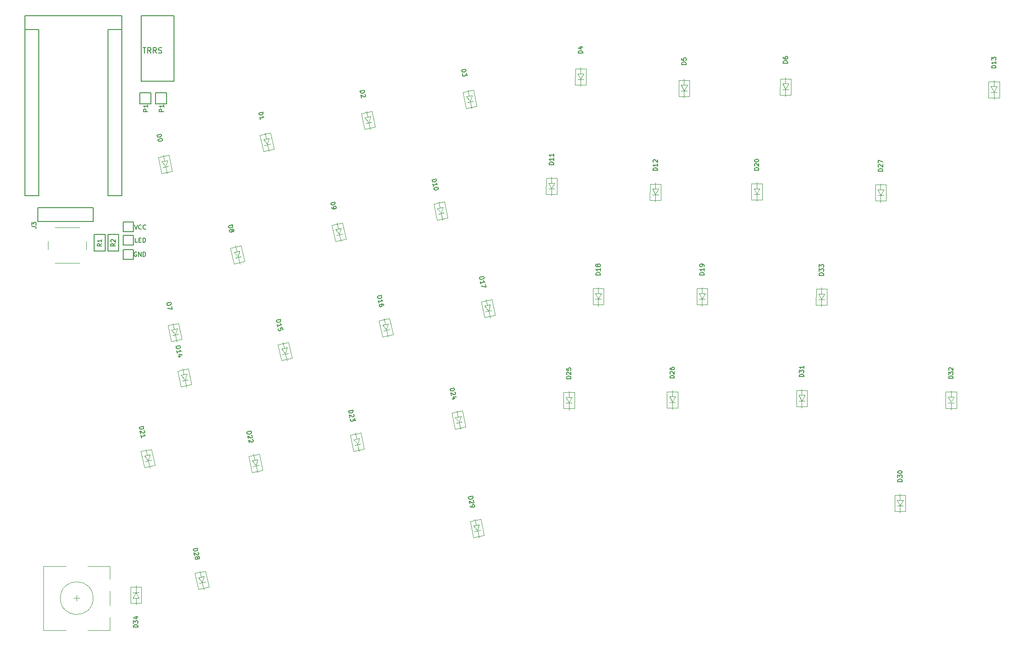
<source format=gto>
G04 #@! TF.GenerationSoftware,KiCad,Pcbnew,(5.1.6)-1*
G04 #@! TF.CreationDate,2020-10-03T18:10:29-07:00*
G04 #@! TF.ProjectId,Alipt-Keyboard-Right,416c6970-742d-44b6-9579-626f6172642d,rev?*
G04 #@! TF.SameCoordinates,Original*
G04 #@! TF.FileFunction,Legend,Top*
G04 #@! TF.FilePolarity,Positive*
%FSLAX46Y46*%
G04 Gerber Fmt 4.6, Leading zero omitted, Abs format (unit mm)*
G04 Created by KiCad (PCBNEW (5.1.6)-1) date 2020-10-03 18:10:29*
%MOMM*%
%LPD*%
G01*
G04 APERTURE LIST*
%ADD10C,0.150000*%
%ADD11C,0.120000*%
G04 APERTURE END LIST*
D10*
X74288504Y-44157997D02*
X56508504Y-44157997D01*
X56508504Y-44157997D02*
X56508504Y-77177997D01*
X74288504Y-77177997D02*
X74288504Y-44157997D01*
X59048504Y-46697997D02*
X56508504Y-46697997D01*
X56508504Y-46697997D02*
X56508504Y-77177997D01*
X56508504Y-77177997D02*
X59048504Y-77177997D01*
X59048504Y-77177997D02*
X59048504Y-46697997D01*
X74288504Y-46697997D02*
X71748504Y-46697997D01*
X71748504Y-46697997D02*
X71748504Y-77177997D01*
X71748504Y-77177997D02*
X74288504Y-77177997D01*
X74288504Y-77177997D02*
X74288504Y-46697997D01*
X77612994Y-58372507D02*
X77612994Y-60372507D01*
X77612994Y-60372507D02*
X79612994Y-60372507D01*
X79612994Y-60372507D02*
X79612994Y-58372507D01*
X79612994Y-58372507D02*
X77612994Y-58372507D01*
X58879875Y-81993518D02*
X58879875Y-79453518D01*
X69039875Y-79453518D02*
X69039875Y-81993518D01*
X58879875Y-79453518D02*
X69039875Y-79453518D01*
X58879875Y-81993518D02*
X69039875Y-81993518D01*
X76401498Y-84507501D02*
X74601498Y-84507501D01*
X74601498Y-84507501D02*
X74601498Y-86307501D01*
X74601498Y-86307501D02*
X76401498Y-86307501D01*
X76401498Y-86307501D02*
X76401498Y-84507501D01*
X76401498Y-82007501D02*
X74601498Y-82007501D01*
X74601498Y-82007501D02*
X74601498Y-83807501D01*
X74601498Y-83807501D02*
X76401498Y-83807501D01*
X76401498Y-83807501D02*
X76401498Y-82007501D01*
X76401498Y-87107501D02*
X74601498Y-87107501D01*
X74601498Y-87107501D02*
X74601498Y-88907501D01*
X74601498Y-88907501D02*
X76401498Y-88907501D01*
X76401498Y-88907501D02*
X76401498Y-87107501D01*
X83870998Y-56196002D02*
X83870998Y-44196002D01*
X77870998Y-56196002D02*
X83870998Y-56196002D01*
X77870998Y-44196002D02*
X77870998Y-56196002D01*
X83870998Y-44196002D02*
X77870998Y-44196002D01*
X71754012Y-84370085D02*
X71754012Y-87372365D01*
X73755532Y-84370085D02*
X71754012Y-84370085D01*
X73755532Y-87372365D02*
X73755532Y-84370085D01*
X71754012Y-87372365D02*
X73755532Y-87372365D01*
X69255272Y-87372357D02*
X71256792Y-87372357D01*
X71256792Y-87372357D02*
X71256792Y-84370077D01*
X71256792Y-84370077D02*
X69255272Y-84370077D01*
X69255272Y-84370077D02*
X69255272Y-87372357D01*
X82533997Y-58372501D02*
X80533997Y-58372501D01*
X82533997Y-60372501D02*
X82533997Y-58372501D01*
X80533997Y-60372501D02*
X82533997Y-60372501D01*
X80533997Y-58372501D02*
X80533997Y-60372501D01*
D11*
X65539998Y-151066502D02*
X66539998Y-151066502D01*
X66039998Y-151566502D02*
X66039998Y-150566502D01*
X69039998Y-151066502D02*
G75*
G03*
X69039998Y-151066502I-3000000J0D01*
G01*
X68039998Y-156966502D02*
X72139998Y-156966502D01*
X72139998Y-156966502D02*
X72139998Y-154566502D01*
X72139998Y-152366502D02*
X72139998Y-149766502D01*
X72139998Y-147566502D02*
X72139998Y-145166502D01*
X72139998Y-145166502D02*
X68039998Y-145166502D01*
X64039998Y-145166502D02*
X59939998Y-145166502D01*
X59939998Y-156966502D02*
X59939998Y-145166502D01*
X64039998Y-156966502D02*
X59939998Y-156966502D01*
X62038872Y-89589016D02*
X66538872Y-89589016D01*
X60788872Y-85589016D02*
X60788872Y-87089016D01*
X66538872Y-83089016D02*
X62038872Y-83089016D01*
X67788872Y-87089016D02*
X67788872Y-85589016D01*
X83549634Y-72687223D02*
X82932137Y-69782125D01*
X81595418Y-73112828D02*
X80983544Y-70186087D01*
X82930057Y-69772343D02*
X80983544Y-70186087D01*
X81898467Y-69776923D02*
X82131328Y-70872448D01*
X82617841Y-73161314D02*
X82351714Y-71909285D01*
X83551713Y-72697004D02*
X81595418Y-73112828D01*
X82328844Y-71801688D02*
X81603128Y-70984721D01*
X82336546Y-71789828D02*
X82665765Y-70789520D01*
X82659528Y-70760176D02*
X81603128Y-70984721D01*
X82877835Y-71787231D02*
X81821436Y-72011775D01*
X101546835Y-67723231D02*
X100490436Y-67947775D01*
X101328528Y-66696176D02*
X100272128Y-66920721D01*
X101005546Y-67725828D02*
X101334765Y-66725520D01*
X100997844Y-67737688D02*
X100272128Y-66920721D01*
X102220713Y-68633004D02*
X100264418Y-69048828D01*
X101286841Y-69097314D02*
X101020714Y-67845285D01*
X100567467Y-65712923D02*
X100800328Y-66808448D01*
X101599057Y-65708343D02*
X99652544Y-66122087D01*
X100264418Y-69048828D02*
X99652544Y-66122087D01*
X102218634Y-68623223D02*
X101601137Y-65718125D01*
X120152335Y-63722731D02*
X119095936Y-63947275D01*
X119934028Y-62695676D02*
X118877628Y-62920221D01*
X119611046Y-63725328D02*
X119940265Y-62725020D01*
X119603344Y-63737188D02*
X118877628Y-62920221D01*
X120826213Y-64632504D02*
X118869918Y-65048328D01*
X119892341Y-65096814D02*
X119626214Y-63844785D01*
X119172967Y-61712423D02*
X119405828Y-62807948D01*
X120204557Y-61707843D02*
X118258044Y-62121587D01*
X118869918Y-65048328D02*
X118258044Y-62121587D01*
X120824134Y-64622723D02*
X120206637Y-61717625D01*
X139429634Y-60749223D02*
X138812137Y-57844125D01*
X137475418Y-61174828D02*
X136863544Y-58248087D01*
X138810057Y-57834343D02*
X136863544Y-58248087D01*
X137778467Y-57838923D02*
X138011328Y-58934448D01*
X138497841Y-61223314D02*
X138231714Y-59971285D01*
X139431713Y-60759004D02*
X137475418Y-61174828D01*
X138208844Y-59863688D02*
X137483128Y-59046721D01*
X138216546Y-59851828D02*
X138545765Y-58851520D01*
X138539528Y-58822176D02*
X137483128Y-59046721D01*
X138757835Y-59849231D02*
X137701436Y-60073775D01*
X159026000Y-55885500D02*
X157946000Y-55885500D01*
X159026000Y-54835500D02*
X157946000Y-54835500D01*
X158496000Y-55775500D02*
X159026000Y-54865500D01*
X158486000Y-55785500D02*
X157946000Y-54835500D01*
X159496000Y-56915500D02*
X157496000Y-56915500D01*
X158486000Y-57175500D02*
X158486000Y-55895500D01*
X158486000Y-53715500D02*
X158486000Y-54835500D01*
X159496000Y-53925500D02*
X157506000Y-53925500D01*
X157496000Y-56915500D02*
X157506000Y-53925500D01*
X159496000Y-56905500D02*
X159496000Y-53935500D01*
X178482500Y-59001000D02*
X178482500Y-56031000D01*
X176482500Y-59011000D02*
X176492500Y-56021000D01*
X178482500Y-56021000D02*
X176492500Y-56021000D01*
X177472500Y-55811000D02*
X177472500Y-56931000D01*
X177472500Y-59271000D02*
X177472500Y-57991000D01*
X178482500Y-59011000D02*
X176482500Y-59011000D01*
X177472500Y-57881000D02*
X176932500Y-56931000D01*
X177482500Y-57871000D02*
X178012500Y-56961000D01*
X178012500Y-56931000D02*
X176932500Y-56931000D01*
X178012500Y-57981000D02*
X176932500Y-57981000D01*
X196618000Y-57727000D02*
X195538000Y-57727000D01*
X196618000Y-56677000D02*
X195538000Y-56677000D01*
X196088000Y-57617000D02*
X196618000Y-56707000D01*
X196078000Y-57627000D02*
X195538000Y-56677000D01*
X197088000Y-58757000D02*
X195088000Y-58757000D01*
X196078000Y-59017000D02*
X196078000Y-57737000D01*
X196078000Y-55557000D02*
X196078000Y-56677000D01*
X197088000Y-55767000D02*
X195098000Y-55767000D01*
X195088000Y-58757000D02*
X195098000Y-55767000D01*
X197088000Y-58747000D02*
X197088000Y-55777000D01*
X84655835Y-102648231D02*
X83599436Y-102872775D01*
X84437528Y-101621176D02*
X83381128Y-101845721D01*
X84114546Y-102650828D02*
X84443765Y-101650520D01*
X84106844Y-102662688D02*
X83381128Y-101845721D01*
X85329713Y-103558004D02*
X83373418Y-103973828D01*
X84395841Y-104022314D02*
X84129714Y-102770285D01*
X83676467Y-100637923D02*
X83909328Y-101733448D01*
X84708057Y-100633343D02*
X82761544Y-101047087D01*
X83373418Y-103973828D02*
X82761544Y-101047087D01*
X85327634Y-103548223D02*
X84710137Y-100643125D01*
X96860698Y-89245086D02*
X96142190Y-86363308D01*
X94922526Y-89738633D02*
X94208883Y-86835029D01*
X96139771Y-86353605D02*
X94208883Y-86835029D01*
X95108969Y-86394184D02*
X95379921Y-87480915D01*
X95946019Y-89751407D02*
X95636359Y-88509429D01*
X96863118Y-89254789D02*
X94922526Y-89738633D01*
X95609747Y-88402696D02*
X94855962Y-87611553D01*
X95617031Y-88390574D02*
X95911139Y-87379386D01*
X95903881Y-87350277D02*
X94855962Y-87611553D01*
X96157899Y-88369088D02*
X95109980Y-88630363D01*
X115426634Y-85133223D02*
X114809137Y-82228125D01*
X113472418Y-85558828D02*
X112860544Y-82632087D01*
X114807057Y-82218343D02*
X112860544Y-82632087D01*
X113775467Y-82222923D02*
X114008328Y-83318448D01*
X114494841Y-85607314D02*
X114228714Y-84355285D01*
X115428713Y-85143004D02*
X113472418Y-85558828D01*
X114205844Y-84247688D02*
X113480128Y-83430721D01*
X114213546Y-84235828D02*
X114542765Y-83235520D01*
X114536528Y-83206176D02*
X113480128Y-83430721D01*
X114754835Y-84233231D02*
X113698436Y-84457775D01*
X133423835Y-80359731D02*
X132367436Y-80584275D01*
X133205528Y-79332676D02*
X132149128Y-79557221D01*
X132882546Y-80362328D02*
X133211765Y-79362020D01*
X132874844Y-80374188D02*
X132149128Y-79557221D01*
X134097713Y-81269504D02*
X132141418Y-81685328D01*
X133163841Y-81733814D02*
X132897714Y-80481785D01*
X132444467Y-78349423D02*
X132677328Y-79444948D01*
X133476057Y-78344843D02*
X131529544Y-78758587D01*
X132141418Y-81685328D02*
X131529544Y-78758587D01*
X134095634Y-81259723D02*
X133478137Y-78354625D01*
X154162000Y-76971500D02*
X154162000Y-74001500D01*
X152162000Y-76981500D02*
X152172000Y-73991500D01*
X154162000Y-73991500D02*
X152172000Y-73991500D01*
X153152000Y-73781500D02*
X153152000Y-74901500D01*
X153152000Y-77241500D02*
X153152000Y-75961500D01*
X154162000Y-76981500D02*
X152162000Y-76981500D01*
X153152000Y-75851500D02*
X152612000Y-74901500D01*
X153162000Y-75841500D02*
X153692000Y-74931500D01*
X153692000Y-74901500D02*
X152612000Y-74901500D01*
X153692000Y-75951500D02*
X152612000Y-75951500D01*
X172742000Y-77031000D02*
X171662000Y-77031000D01*
X172742000Y-75981000D02*
X171662000Y-75981000D01*
X172212000Y-76921000D02*
X172742000Y-76011000D01*
X172202000Y-76931000D02*
X171662000Y-75981000D01*
X173212000Y-78061000D02*
X171212000Y-78061000D01*
X172202000Y-78321000D02*
X172202000Y-77041000D01*
X172202000Y-74861000D02*
X172202000Y-75981000D01*
X173212000Y-75071000D02*
X171222000Y-75071000D01*
X171212000Y-78061000D02*
X171222000Y-75071000D01*
X173212000Y-78051000D02*
X173212000Y-75081000D01*
X235315000Y-59255000D02*
X235315000Y-56285000D01*
X233315000Y-59265000D02*
X233325000Y-56275000D01*
X235315000Y-56275000D02*
X233325000Y-56275000D01*
X234305000Y-56065000D02*
X234305000Y-57185000D01*
X234305000Y-59525000D02*
X234305000Y-58245000D01*
X235315000Y-59265000D02*
X233315000Y-59265000D01*
X234305000Y-58135000D02*
X233765000Y-57185000D01*
X234315000Y-58125000D02*
X234845000Y-57215000D01*
X234845000Y-57185000D02*
X233765000Y-57185000D01*
X234845000Y-58235000D02*
X233765000Y-58235000D01*
X87105634Y-111866723D02*
X86488137Y-108961625D01*
X85151418Y-112292328D02*
X84539544Y-109365587D01*
X86486057Y-108951843D02*
X84539544Y-109365587D01*
X85454467Y-108956423D02*
X85687328Y-110051948D01*
X86173841Y-112340814D02*
X85907714Y-111088785D01*
X87107713Y-111876504D02*
X85151418Y-112292328D01*
X85884844Y-110981188D02*
X85159128Y-110164221D01*
X85892546Y-110969328D02*
X86221765Y-109969020D01*
X86215528Y-109939676D02*
X85159128Y-110164221D01*
X86433835Y-110966731D02*
X85377436Y-111191275D01*
X104848835Y-106140731D02*
X103792436Y-106365275D01*
X104630528Y-105113676D02*
X103574128Y-105338221D01*
X104307546Y-106143328D02*
X104636765Y-105143020D01*
X104299844Y-106155188D02*
X103574128Y-105338221D01*
X105522713Y-107050504D02*
X103566418Y-107466328D01*
X104588841Y-107514814D02*
X104322714Y-106262785D01*
X103869467Y-104130423D02*
X104102328Y-105225948D01*
X104901057Y-104125843D02*
X102954544Y-104539587D01*
X103566418Y-107466328D02*
X102954544Y-104539587D01*
X105520634Y-107040723D02*
X104903137Y-104135625D01*
X124062634Y-102659223D02*
X123445137Y-99754125D01*
X122108418Y-103084828D02*
X121496544Y-100158087D01*
X123443057Y-99744343D02*
X121496544Y-100158087D01*
X122411467Y-99748923D02*
X122644328Y-100844448D01*
X123130841Y-103133314D02*
X122864714Y-101881285D01*
X124064713Y-102669004D02*
X122108418Y-103084828D01*
X122841844Y-101773688D02*
X122116128Y-100956721D01*
X122849546Y-101761828D02*
X123178765Y-100761520D01*
X123172528Y-100732176D02*
X122116128Y-100956721D01*
X123390835Y-101759231D02*
X122334436Y-101983775D01*
X142123335Y-98266731D02*
X141066936Y-98491275D01*
X141905028Y-97239676D02*
X140848628Y-97464221D01*
X141582046Y-98269328D02*
X141911265Y-97269020D01*
X141574344Y-98281188D02*
X140848628Y-97464221D01*
X142797213Y-99176504D02*
X140840918Y-99592328D01*
X141863341Y-99640814D02*
X141597214Y-98388785D01*
X141143967Y-96256423D02*
X141376828Y-97351948D01*
X142175557Y-96251843D02*
X140229044Y-96665587D01*
X140840918Y-99592328D02*
X140229044Y-96665587D01*
X142795134Y-99166723D02*
X142177637Y-96261625D01*
X162264500Y-96208000D02*
X161184500Y-96208000D01*
X162264500Y-95158000D02*
X161184500Y-95158000D01*
X161734500Y-96098000D02*
X162264500Y-95188000D01*
X161724500Y-96108000D02*
X161184500Y-95158000D01*
X162734500Y-97238000D02*
X160734500Y-97238000D01*
X161724500Y-97498000D02*
X161724500Y-96218000D01*
X161724500Y-94038000D02*
X161724500Y-95158000D01*
X162734500Y-94248000D02*
X160744500Y-94248000D01*
X160734500Y-97238000D02*
X160744500Y-94248000D01*
X162734500Y-97228000D02*
X162734500Y-94258000D01*
X181784500Y-97228000D02*
X181784500Y-94258000D01*
X179784500Y-97238000D02*
X179794500Y-94248000D01*
X181784500Y-94248000D02*
X179794500Y-94248000D01*
X180774500Y-94038000D02*
X180774500Y-95158000D01*
X180774500Y-97498000D02*
X180774500Y-96218000D01*
X181784500Y-97238000D02*
X179784500Y-97238000D01*
X180774500Y-96108000D02*
X180234500Y-95158000D01*
X180784500Y-96098000D02*
X181314500Y-95188000D01*
X181314500Y-95158000D02*
X180234500Y-95158000D01*
X181314500Y-96208000D02*
X180234500Y-96208000D01*
X191347500Y-76967500D02*
X190267500Y-76967500D01*
X191347500Y-75917500D02*
X190267500Y-75917500D01*
X190817500Y-76857500D02*
X191347500Y-75947500D01*
X190807500Y-76867500D02*
X190267500Y-75917500D01*
X191817500Y-77997500D02*
X189817500Y-77997500D01*
X190807500Y-78257500D02*
X190807500Y-76977500D01*
X190807500Y-74797500D02*
X190807500Y-75917500D01*
X191817500Y-75007500D02*
X189827500Y-75007500D01*
X189817500Y-77997500D02*
X189827500Y-75007500D01*
X191817500Y-77987500D02*
X191817500Y-75017500D01*
X80374634Y-126662223D02*
X79757137Y-123757125D01*
X78420418Y-127087828D02*
X77808544Y-124161087D01*
X79755057Y-123747343D02*
X77808544Y-124161087D01*
X78723467Y-123751923D02*
X78956328Y-124847448D01*
X79442841Y-127136314D02*
X79176714Y-125884285D01*
X80376713Y-126672004D02*
X78420418Y-127087828D01*
X79153844Y-125776688D02*
X78428128Y-124959721D01*
X79161546Y-125764828D02*
X79490765Y-124764520D01*
X79484528Y-124735176D02*
X78428128Y-124959721D01*
X79702835Y-125762231D02*
X78646436Y-125986775D01*
X100123134Y-127551223D02*
X99505637Y-124646125D01*
X98168918Y-127976828D02*
X97557044Y-125050087D01*
X99503557Y-124636343D02*
X97557044Y-125050087D01*
X98471967Y-124640923D02*
X98704828Y-125736448D01*
X99191341Y-128025314D02*
X98925214Y-126773285D01*
X100125213Y-127561004D02*
X98168918Y-127976828D01*
X98902344Y-126665688D02*
X98176628Y-125848721D01*
X98910046Y-126653828D02*
X99239265Y-125653520D01*
X99233028Y-125624176D02*
X98176628Y-125848721D01*
X99451335Y-126651231D02*
X98394936Y-126875775D01*
X118120335Y-122777731D02*
X117063936Y-123002275D01*
X117902028Y-121750676D02*
X116845628Y-121975221D01*
X117579046Y-122780328D02*
X117908265Y-121780020D01*
X117571344Y-122792188D02*
X116845628Y-121975221D01*
X118794213Y-123687504D02*
X116837918Y-124103328D01*
X117860341Y-124151814D02*
X117594214Y-122899785D01*
X117140967Y-120767423D02*
X117373828Y-121862948D01*
X118172557Y-120762843D02*
X116226044Y-121176587D01*
X116837918Y-124103328D02*
X116226044Y-121176587D01*
X118792134Y-123677723D02*
X118174637Y-120772625D01*
X137397634Y-119613723D02*
X136780137Y-116708625D01*
X135443418Y-120039328D02*
X134831544Y-117112587D01*
X136778057Y-116698843D02*
X134831544Y-117112587D01*
X135746467Y-116703423D02*
X135979328Y-117798948D01*
X136465841Y-120087814D02*
X136199714Y-118835785D01*
X137399713Y-119623504D02*
X135443418Y-120039328D01*
X136176844Y-118728188D02*
X135451128Y-117911221D01*
X136184546Y-118716328D02*
X136513765Y-117716020D01*
X136507528Y-117686676D02*
X135451128Y-117911221D01*
X136725835Y-118713731D02*
X135669436Y-118938275D01*
X157337000Y-116278000D02*
X157337000Y-113308000D01*
X155337000Y-116288000D02*
X155347000Y-113298000D01*
X157337000Y-113298000D02*
X155347000Y-113298000D01*
X156327000Y-113088000D02*
X156327000Y-114208000D01*
X156327000Y-116548000D02*
X156327000Y-115268000D01*
X157337000Y-116288000D02*
X155337000Y-116288000D01*
X156327000Y-115158000D02*
X155787000Y-114208000D01*
X156337000Y-115148000D02*
X156867000Y-114238000D01*
X156867000Y-114208000D02*
X155787000Y-114208000D01*
X156867000Y-115258000D02*
X155787000Y-115258000D01*
X175853500Y-115131000D02*
X174773500Y-115131000D01*
X175853500Y-114081000D02*
X174773500Y-114081000D01*
X175323500Y-115021000D02*
X175853500Y-114111000D01*
X175313500Y-115031000D02*
X174773500Y-114081000D01*
X176323500Y-116161000D02*
X174323500Y-116161000D01*
X175313500Y-116421000D02*
X175313500Y-115141000D01*
X175313500Y-112961000D02*
X175313500Y-114081000D01*
X176323500Y-113171000D02*
X174333500Y-113171000D01*
X174323500Y-116161000D02*
X174333500Y-113171000D01*
X176323500Y-116151000D02*
X176323500Y-113181000D01*
X214550500Y-78178000D02*
X214550500Y-75208000D01*
X212550500Y-78188000D02*
X212560500Y-75198000D01*
X214550500Y-75198000D02*
X212560500Y-75198000D01*
X213540500Y-74988000D02*
X213540500Y-76108000D01*
X213540500Y-78448000D02*
X213540500Y-77168000D01*
X214550500Y-78188000D02*
X212550500Y-78188000D01*
X213540500Y-77058000D02*
X213000500Y-76108000D01*
X213550500Y-77048000D02*
X214080500Y-76138000D01*
X214080500Y-76108000D02*
X213000500Y-76108000D01*
X214080500Y-77158000D02*
X213000500Y-77158000D01*
X89608835Y-148114231D02*
X88552436Y-148338775D01*
X89390528Y-147087176D02*
X88334128Y-147311721D01*
X89067546Y-148116828D02*
X89396765Y-147116520D01*
X89059844Y-148128688D02*
X88334128Y-147311721D01*
X90282713Y-149024004D02*
X88326418Y-149439828D01*
X89348841Y-149488314D02*
X89082714Y-148236285D01*
X88629467Y-146103923D02*
X88862328Y-147199448D01*
X89661057Y-146099343D02*
X87714544Y-146513087D01*
X88326418Y-149439828D02*
X87714544Y-146513087D01*
X90280634Y-149014223D02*
X89663137Y-146109125D01*
X140091335Y-138589231D02*
X139034936Y-138813775D01*
X139873028Y-137562176D02*
X138816628Y-137786721D01*
X139550046Y-138591828D02*
X139879265Y-137591520D01*
X139542344Y-138603688D02*
X138816628Y-137786721D01*
X140765213Y-139499004D02*
X138808918Y-139914828D01*
X139831341Y-139963314D02*
X139565214Y-138711285D01*
X139111967Y-136578923D02*
X139344828Y-137674448D01*
X140143557Y-136574343D02*
X138197044Y-136988087D01*
X138808918Y-139914828D02*
X138197044Y-136988087D01*
X140763134Y-139489223D02*
X140145637Y-136584125D01*
X218106500Y-135137500D02*
X218106500Y-132167500D01*
X216106500Y-135147500D02*
X216116500Y-132157500D01*
X218106500Y-132157500D02*
X216116500Y-132157500D01*
X217096500Y-131947500D02*
X217096500Y-133067500D01*
X217096500Y-135407500D02*
X217096500Y-134127500D01*
X218106500Y-135147500D02*
X216106500Y-135147500D01*
X217096500Y-134017500D02*
X216556500Y-133067500D01*
X217106500Y-134007500D02*
X217636500Y-133097500D01*
X217636500Y-133067500D02*
X216556500Y-133067500D01*
X217636500Y-134117500D02*
X216556500Y-134117500D01*
X199602500Y-114877000D02*
X198522500Y-114877000D01*
X199602500Y-113827000D02*
X198522500Y-113827000D01*
X199072500Y-114767000D02*
X199602500Y-113857000D01*
X199062500Y-114777000D02*
X198522500Y-113827000D01*
X200072500Y-115907000D02*
X198072500Y-115907000D01*
X199062500Y-116167000D02*
X199062500Y-114887000D01*
X199062500Y-112707000D02*
X199062500Y-113827000D01*
X200072500Y-112917000D02*
X198082500Y-112917000D01*
X198072500Y-115907000D02*
X198082500Y-112917000D01*
X200072500Y-115897000D02*
X200072500Y-112927000D01*
X227441000Y-116214500D02*
X227441000Y-113244500D01*
X225441000Y-116224500D02*
X225451000Y-113234500D01*
X227441000Y-113234500D02*
X225451000Y-113234500D01*
X226431000Y-113024500D02*
X226431000Y-114144500D01*
X226431000Y-116484500D02*
X226431000Y-115204500D01*
X227441000Y-116224500D02*
X225441000Y-116224500D01*
X226431000Y-115094500D02*
X225891000Y-114144500D01*
X226441000Y-115084500D02*
X226971000Y-114174500D01*
X226971000Y-114144500D02*
X225891000Y-114144500D01*
X226971000Y-115194500D02*
X225891000Y-115194500D01*
X203222000Y-96271500D02*
X202142000Y-96271500D01*
X203222000Y-95221500D02*
X202142000Y-95221500D01*
X202692000Y-96161500D02*
X203222000Y-95251500D01*
X202682000Y-96171500D02*
X202142000Y-95221500D01*
X203692000Y-97301500D02*
X201692000Y-97301500D01*
X202682000Y-97561500D02*
X202682000Y-96281500D01*
X202682000Y-94101500D02*
X202682000Y-95221500D01*
X203692000Y-94311500D02*
X201702000Y-94311500D01*
X201692000Y-97301500D02*
X201702000Y-94311500D01*
X203692000Y-97291500D02*
X203692000Y-94321500D01*
X76355800Y-150019600D02*
X77435800Y-150019600D01*
X76355800Y-151069600D02*
X77435800Y-151069600D01*
X76885800Y-150129600D02*
X76355800Y-151039600D01*
X76895800Y-150119600D02*
X77435800Y-151069600D01*
X75885800Y-148989600D02*
X77885800Y-148989600D01*
X76895800Y-148729600D02*
X76895800Y-150009600D01*
X76895800Y-152189600D02*
X76895800Y-151069600D01*
X75885800Y-151979600D02*
X77875800Y-151979600D01*
X77885800Y-148989600D02*
X77875800Y-151979600D01*
X75885800Y-148999600D02*
X75885800Y-151969600D01*
D10*
X79080689Y-61772430D02*
X78267889Y-61772430D01*
X78267889Y-61462792D01*
X78306594Y-61385383D01*
X78345298Y-61346678D01*
X78422708Y-61307973D01*
X78538822Y-61307973D01*
X78616232Y-61346678D01*
X78654936Y-61385383D01*
X78693641Y-61462792D01*
X78693641Y-61772430D01*
X79080689Y-60533878D02*
X79080689Y-60998335D01*
X79080689Y-60766107D02*
X78267889Y-60766107D01*
X78384003Y-60843516D01*
X78461413Y-60920926D01*
X78500117Y-60998335D01*
X57789770Y-82924451D02*
X58370341Y-82924451D01*
X58486455Y-82963156D01*
X58563865Y-83040565D01*
X58602570Y-83156679D01*
X58602570Y-83234089D01*
X57789770Y-82614813D02*
X57789770Y-82111651D01*
X58099408Y-82382584D01*
X58099408Y-82266470D01*
X58138113Y-82189060D01*
X58176817Y-82150356D01*
X58254227Y-82111651D01*
X58447751Y-82111651D01*
X58525160Y-82150356D01*
X58563865Y-82189060D01*
X58602570Y-82266470D01*
X58602570Y-82498698D01*
X58563865Y-82576108D01*
X58525160Y-82614813D01*
X76991974Y-87607501D02*
X76915783Y-87569405D01*
X76801498Y-87569405D01*
X76687212Y-87607501D01*
X76611021Y-87683691D01*
X76572926Y-87759881D01*
X76534831Y-87912262D01*
X76534831Y-88026548D01*
X76572926Y-88178929D01*
X76611021Y-88255120D01*
X76687212Y-88331310D01*
X76801498Y-88369405D01*
X76877688Y-88369405D01*
X76991974Y-88331310D01*
X77030069Y-88293215D01*
X77030069Y-88026548D01*
X76877688Y-88026548D01*
X77372926Y-88369405D02*
X77372926Y-87569405D01*
X77830069Y-88369405D01*
X77830069Y-87569405D01*
X78211021Y-88369405D02*
X78211021Y-87569405D01*
X78401498Y-87569405D01*
X78515783Y-87607501D01*
X78591974Y-87683691D01*
X78630069Y-87759881D01*
X78668164Y-87912262D01*
X78668164Y-88026548D01*
X78630069Y-88178929D01*
X78591974Y-88255120D01*
X78515783Y-88331310D01*
X78401498Y-88369405D01*
X78211021Y-88369405D01*
X77187212Y-85769405D02*
X76806259Y-85769405D01*
X76806259Y-84969405D01*
X77453878Y-85350358D02*
X77720545Y-85350358D01*
X77834831Y-85769405D02*
X77453878Y-85769405D01*
X77453878Y-84969405D01*
X77834831Y-84969405D01*
X78177688Y-85769405D02*
X78177688Y-84969405D01*
X78368164Y-84969405D01*
X78482450Y-85007501D01*
X78558640Y-85083691D01*
X78596736Y-85159881D01*
X78634831Y-85312262D01*
X78634831Y-85426548D01*
X78596736Y-85578929D01*
X78558640Y-85655120D01*
X78482450Y-85731310D01*
X78368164Y-85769405D01*
X78177688Y-85769405D01*
X76634831Y-82569405D02*
X76901498Y-83369405D01*
X77168164Y-82569405D01*
X77891974Y-83293215D02*
X77853878Y-83331310D01*
X77739593Y-83369405D01*
X77663402Y-83369405D01*
X77549117Y-83331310D01*
X77472926Y-83255120D01*
X77434831Y-83178929D01*
X77396736Y-83026548D01*
X77396736Y-82912262D01*
X77434831Y-82759881D01*
X77472926Y-82683691D01*
X77549117Y-82607501D01*
X77663402Y-82569405D01*
X77739593Y-82569405D01*
X77853878Y-82607501D01*
X77891974Y-82645596D01*
X78691974Y-83293215D02*
X78653878Y-83331310D01*
X78539593Y-83369405D01*
X78463402Y-83369405D01*
X78349117Y-83331310D01*
X78272926Y-83255120D01*
X78234831Y-83178929D01*
X78196736Y-83026548D01*
X78196736Y-82912262D01*
X78234831Y-82759881D01*
X78272926Y-82683691D01*
X78349117Y-82607501D01*
X78463402Y-82569405D01*
X78539593Y-82569405D01*
X78653878Y-82607501D01*
X78691974Y-82645596D01*
X78184593Y-50061882D02*
X78756021Y-50061882D01*
X78470307Y-51061882D02*
X78470307Y-50061882D01*
X79660783Y-51061882D02*
X79327450Y-50585692D01*
X79089355Y-51061882D02*
X79089355Y-50061882D01*
X79470307Y-50061882D01*
X79565545Y-50109502D01*
X79613164Y-50157121D01*
X79660783Y-50252359D01*
X79660783Y-50395216D01*
X79613164Y-50490454D01*
X79565545Y-50538073D01*
X79470307Y-50585692D01*
X79089355Y-50585692D01*
X80660783Y-51061882D02*
X80327450Y-50585692D01*
X80089355Y-51061882D02*
X80089355Y-50061882D01*
X80470307Y-50061882D01*
X80565545Y-50109502D01*
X80613164Y-50157121D01*
X80660783Y-50252359D01*
X80660783Y-50395216D01*
X80613164Y-50490454D01*
X80565545Y-50538073D01*
X80470307Y-50585692D01*
X80089355Y-50585692D01*
X81041736Y-51014263D02*
X81184593Y-51061882D01*
X81422688Y-51061882D01*
X81517926Y-51014263D01*
X81565545Y-50966644D01*
X81613164Y-50871406D01*
X81613164Y-50776168D01*
X81565545Y-50680930D01*
X81517926Y-50633311D01*
X81422688Y-50585692D01*
X81232212Y-50538073D01*
X81136974Y-50490454D01*
X81089355Y-50442835D01*
X81041736Y-50347597D01*
X81041736Y-50252359D01*
X81089355Y-50157121D01*
X81136974Y-50109502D01*
X81232212Y-50061882D01*
X81470307Y-50061882D01*
X81613164Y-50109502D01*
X73116676Y-86004558D02*
X72735724Y-86271225D01*
X73116676Y-86461701D02*
X72316676Y-86461701D01*
X72316676Y-86156939D01*
X72354772Y-86080748D01*
X72392867Y-86042653D01*
X72469057Y-86004558D01*
X72583343Y-86004558D01*
X72659533Y-86042653D01*
X72697629Y-86080748D01*
X72735724Y-86156939D01*
X72735724Y-86461701D01*
X72392867Y-85699796D02*
X72354772Y-85661701D01*
X72316676Y-85585510D01*
X72316676Y-85395034D01*
X72354772Y-85318844D01*
X72392867Y-85280748D01*
X72469057Y-85242653D01*
X72545248Y-85242653D01*
X72659533Y-85280748D01*
X73116676Y-85737891D01*
X73116676Y-85242653D01*
X70617936Y-86004550D02*
X70236984Y-86271217D01*
X70617936Y-86461693D02*
X69817936Y-86461693D01*
X69817936Y-86156931D01*
X69856032Y-86080740D01*
X69894127Y-86042645D01*
X69970317Y-86004550D01*
X70084603Y-86004550D01*
X70160793Y-86042645D01*
X70198889Y-86080740D01*
X70236984Y-86156931D01*
X70236984Y-86461693D01*
X70617936Y-85242645D02*
X70617936Y-85699788D01*
X70617936Y-85471217D02*
X69817936Y-85471217D01*
X69932222Y-85547407D01*
X70008412Y-85623597D01*
X70046508Y-85699788D01*
X82001692Y-61772424D02*
X81188892Y-61772424D01*
X81188892Y-61462786D01*
X81227597Y-61385377D01*
X81266301Y-61346672D01*
X81343711Y-61307967D01*
X81459825Y-61307967D01*
X81537235Y-61346672D01*
X81575939Y-61385377D01*
X81614644Y-61462786D01*
X81614644Y-61772424D01*
X82001692Y-60533872D02*
X82001692Y-60998329D01*
X82001692Y-60766101D02*
X81188892Y-60766101D01*
X81305006Y-60843510D01*
X81382416Y-60920920D01*
X81421120Y-60998329D01*
X80757850Y-66103317D02*
X81540368Y-65936988D01*
X81579971Y-66123301D01*
X81566469Y-66243010D01*
X81507785Y-66333377D01*
X81441179Y-66386480D01*
X81300049Y-66455425D01*
X81188261Y-66479186D01*
X81031289Y-66473605D01*
X80948843Y-66452183D01*
X80858477Y-66393499D01*
X80797453Y-66289631D01*
X80757850Y-66103317D01*
X81738380Y-66868557D02*
X81754220Y-66943082D01*
X81732799Y-67025528D01*
X81703456Y-67070711D01*
X81636851Y-67123815D01*
X81495721Y-67192760D01*
X81309407Y-67232362D01*
X81152435Y-67226781D01*
X81069989Y-67205359D01*
X81024806Y-67176017D01*
X80971702Y-67109412D01*
X80955861Y-67034886D01*
X80977283Y-66952440D01*
X81006626Y-66907257D01*
X81073231Y-66854153D01*
X81214361Y-66785209D01*
X81400675Y-66745606D01*
X81557647Y-66751187D01*
X81640093Y-66772609D01*
X81685276Y-66801952D01*
X81738380Y-66868557D01*
X99426850Y-62039317D02*
X100209368Y-61872988D01*
X100248971Y-62059301D01*
X100235469Y-62179010D01*
X100176785Y-62269377D01*
X100110179Y-62322480D01*
X99969049Y-62391425D01*
X99857261Y-62415186D01*
X99700289Y-62409605D01*
X99617843Y-62388183D01*
X99527477Y-62329499D01*
X99466453Y-62225631D01*
X99426850Y-62039317D01*
X99680305Y-63231725D02*
X99585259Y-62784572D01*
X99632782Y-63008149D02*
X100415300Y-62841819D01*
X100287671Y-62791055D01*
X100197304Y-62732371D01*
X100144201Y-62665765D01*
X118032350Y-58038817D02*
X118814868Y-57872488D01*
X118854471Y-58058801D01*
X118840969Y-58178510D01*
X118782285Y-58268877D01*
X118715679Y-58321980D01*
X118574549Y-58390925D01*
X118462761Y-58414686D01*
X118305789Y-58409105D01*
X118223343Y-58387683D01*
X118132977Y-58328999D01*
X118071953Y-58225131D01*
X118032350Y-58038817D01*
X118898752Y-58633584D02*
X118943935Y-58662926D01*
X118997039Y-58729531D01*
X119036641Y-58915845D01*
X119015219Y-58998291D01*
X118985877Y-59043474D01*
X118919272Y-59096578D01*
X118844746Y-59112419D01*
X118725037Y-59098917D01*
X118182839Y-58746809D01*
X118285805Y-59231225D01*
X136637850Y-54165317D02*
X137420368Y-53998988D01*
X137459971Y-54185301D01*
X137446469Y-54305010D01*
X137387785Y-54395377D01*
X137321179Y-54448480D01*
X137180049Y-54517425D01*
X137068261Y-54541186D01*
X136911289Y-54535605D01*
X136828843Y-54514183D01*
X136738477Y-54455499D01*
X136677453Y-54351631D01*
X136637850Y-54165317D01*
X137570857Y-54706980D02*
X137673823Y-55191396D01*
X137320277Y-54993920D01*
X137344039Y-55105709D01*
X137322617Y-55188154D01*
X137293275Y-55233338D01*
X137226669Y-55286441D01*
X137040356Y-55326044D01*
X136957910Y-55304622D01*
X136912726Y-55275279D01*
X136859623Y-55208674D01*
X136812100Y-54985098D01*
X136833522Y-54902652D01*
X136862864Y-54857469D01*
X158857904Y-51065976D02*
X158057904Y-51065976D01*
X158057904Y-50875500D01*
X158096000Y-50761214D01*
X158172190Y-50685023D01*
X158248380Y-50646928D01*
X158400761Y-50608833D01*
X158515047Y-50608833D01*
X158667428Y-50646928D01*
X158743619Y-50685023D01*
X158819809Y-50761214D01*
X158857904Y-50875500D01*
X158857904Y-51065976D01*
X158324571Y-49923119D02*
X158857904Y-49923119D01*
X158019809Y-50113595D02*
X158591238Y-50304071D01*
X158591238Y-49808833D01*
X177844404Y-53161476D02*
X177044404Y-53161476D01*
X177044404Y-52971000D01*
X177082500Y-52856714D01*
X177158690Y-52780523D01*
X177234880Y-52742428D01*
X177387261Y-52704333D01*
X177501547Y-52704333D01*
X177653928Y-52742428D01*
X177730119Y-52780523D01*
X177806309Y-52856714D01*
X177844404Y-52971000D01*
X177844404Y-53161476D01*
X177044404Y-51980523D02*
X177044404Y-52361476D01*
X177425357Y-52399571D01*
X177387261Y-52361476D01*
X177349166Y-52285285D01*
X177349166Y-52094809D01*
X177387261Y-52018619D01*
X177425357Y-51980523D01*
X177501547Y-51942428D01*
X177692023Y-51942428D01*
X177768214Y-51980523D01*
X177806309Y-52018619D01*
X177844404Y-52094809D01*
X177844404Y-52285285D01*
X177806309Y-52361476D01*
X177768214Y-52399571D01*
X196449904Y-52907476D02*
X195649904Y-52907476D01*
X195649904Y-52717000D01*
X195688000Y-52602714D01*
X195764190Y-52526523D01*
X195840380Y-52488428D01*
X195992761Y-52450333D01*
X196107047Y-52450333D01*
X196259428Y-52488428D01*
X196335619Y-52526523D01*
X196411809Y-52602714D01*
X196449904Y-52717000D01*
X196449904Y-52907476D01*
X195649904Y-51764619D02*
X195649904Y-51917000D01*
X195688000Y-51993190D01*
X195726095Y-52031285D01*
X195840380Y-52107476D01*
X195992761Y-52145571D01*
X196297523Y-52145571D01*
X196373714Y-52107476D01*
X196411809Y-52069380D01*
X196449904Y-51993190D01*
X196449904Y-51840809D01*
X196411809Y-51764619D01*
X196373714Y-51726523D01*
X196297523Y-51688428D01*
X196107047Y-51688428D01*
X196030857Y-51726523D01*
X195992761Y-51764619D01*
X195954666Y-51840809D01*
X195954666Y-51993190D01*
X195992761Y-52069380D01*
X196030857Y-52107476D01*
X196107047Y-52145571D01*
X82535850Y-96964317D02*
X83318368Y-96797988D01*
X83357971Y-96984301D01*
X83344469Y-97104010D01*
X83285785Y-97194377D01*
X83219179Y-97247480D01*
X83078049Y-97316425D01*
X82966261Y-97340186D01*
X82809289Y-97334605D01*
X82726843Y-97313183D01*
X82636477Y-97254499D01*
X82575453Y-97150631D01*
X82535850Y-96964317D01*
X83468857Y-97505980D02*
X83579743Y-98027659D01*
X82725941Y-97858623D01*
X93840841Y-82762622D02*
X94617077Y-82569084D01*
X94663158Y-82753902D01*
X94653842Y-82874009D01*
X94598347Y-82966369D01*
X94533636Y-83021765D01*
X94394997Y-83095593D01*
X94284106Y-83123241D01*
X94127036Y-83123141D01*
X94043892Y-83104610D01*
X93951533Y-83049115D01*
X93886921Y-82947440D01*
X93840841Y-82762622D01*
X94505590Y-83539156D02*
X94524122Y-83456013D01*
X94551869Y-83409833D01*
X94616581Y-83354437D01*
X94653544Y-83345221D01*
X94736688Y-83363753D01*
X94782867Y-83391500D01*
X94838263Y-83456212D01*
X94875127Y-83604066D01*
X94856596Y-83687210D01*
X94828848Y-83733389D01*
X94764137Y-83788785D01*
X94727173Y-83798001D01*
X94644030Y-83779470D01*
X94597850Y-83751722D01*
X94542455Y-83687011D01*
X94505590Y-83539156D01*
X94450194Y-83474445D01*
X94404015Y-83446698D01*
X94320871Y-83428166D01*
X94173017Y-83465030D01*
X94108306Y-83520426D01*
X94080558Y-83566606D01*
X94062026Y-83649749D01*
X94098891Y-83797604D01*
X94154287Y-83862315D01*
X94200466Y-83890063D01*
X94283610Y-83908594D01*
X94431464Y-83871730D01*
X94496175Y-83816334D01*
X94523923Y-83770154D01*
X94542455Y-83687011D01*
X112634850Y-78549317D02*
X113417368Y-78382988D01*
X113456971Y-78569301D01*
X113443469Y-78689010D01*
X113384785Y-78779377D01*
X113318179Y-78832480D01*
X113177049Y-78901425D01*
X113065261Y-78925186D01*
X112908289Y-78919605D01*
X112825843Y-78898183D01*
X112735477Y-78839499D01*
X112674453Y-78735631D01*
X112634850Y-78549317D01*
X112809100Y-79369098D02*
X112840782Y-79518149D01*
X112893886Y-79584754D01*
X112939069Y-79614096D01*
X113066698Y-79664860D01*
X113223669Y-79670441D01*
X113521772Y-79607078D01*
X113588377Y-79553974D01*
X113617719Y-79508791D01*
X113639141Y-79426345D01*
X113607459Y-79277294D01*
X113554355Y-79210689D01*
X113509172Y-79181346D01*
X113426726Y-79159925D01*
X113240412Y-79199527D01*
X113173807Y-79252630D01*
X113144465Y-79297814D01*
X113123043Y-79380260D01*
X113154725Y-79529311D01*
X113207829Y-79595916D01*
X113253012Y-79625258D01*
X113335458Y-79646680D01*
X131224646Y-74303189D02*
X132007164Y-74136860D01*
X132046766Y-74323174D01*
X132033265Y-74442882D01*
X131974580Y-74533249D01*
X131907975Y-74586353D01*
X131766844Y-74655297D01*
X131655056Y-74679058D01*
X131498085Y-74673477D01*
X131415639Y-74652056D01*
X131325272Y-74593371D01*
X131264248Y-74489503D01*
X131224646Y-74303189D01*
X131478100Y-75495598D02*
X131383055Y-75048445D01*
X131430577Y-75272021D02*
X132213096Y-75105692D01*
X132085466Y-75054928D01*
X131995100Y-74996243D01*
X131941996Y-74929638D01*
X132363584Y-75813684D02*
X132379425Y-75888210D01*
X132358003Y-75970656D01*
X132328661Y-76015839D01*
X132262056Y-76068943D01*
X132120925Y-76137887D01*
X131934611Y-76177489D01*
X131777640Y-76171908D01*
X131695194Y-76150487D01*
X131650010Y-76121144D01*
X131596907Y-76054539D01*
X131581066Y-75980014D01*
X131602488Y-75897568D01*
X131631830Y-75852384D01*
X131698435Y-75799281D01*
X131839566Y-75730336D01*
X132025880Y-75690734D01*
X132182851Y-75696315D01*
X132265297Y-75717737D01*
X132310480Y-75747079D01*
X132363584Y-75813684D01*
X153523904Y-71512928D02*
X152723904Y-71512928D01*
X152723904Y-71322452D01*
X152762000Y-71208166D01*
X152838190Y-71131976D01*
X152914380Y-71093880D01*
X153066761Y-71055785D01*
X153181047Y-71055785D01*
X153333428Y-71093880D01*
X153409619Y-71131976D01*
X153485809Y-71208166D01*
X153523904Y-71322452D01*
X153523904Y-71512928D01*
X153523904Y-70293880D02*
X153523904Y-70751023D01*
X153523904Y-70522452D02*
X152723904Y-70522452D01*
X152838190Y-70598642D01*
X152914380Y-70674833D01*
X152952476Y-70751023D01*
X153523904Y-69531976D02*
X153523904Y-69989119D01*
X153523904Y-69760547D02*
X152723904Y-69760547D01*
X152838190Y-69836738D01*
X152914380Y-69912928D01*
X152952476Y-69989119D01*
X172573904Y-72592428D02*
X171773904Y-72592428D01*
X171773904Y-72401952D01*
X171812000Y-72287666D01*
X171888190Y-72211476D01*
X171964380Y-72173380D01*
X172116761Y-72135285D01*
X172231047Y-72135285D01*
X172383428Y-72173380D01*
X172459619Y-72211476D01*
X172535809Y-72287666D01*
X172573904Y-72401952D01*
X172573904Y-72592428D01*
X172573904Y-71373380D02*
X172573904Y-71830523D01*
X172573904Y-71601952D02*
X171773904Y-71601952D01*
X171888190Y-71678142D01*
X171964380Y-71754333D01*
X172002476Y-71830523D01*
X171850095Y-71068619D02*
X171812000Y-71030523D01*
X171773904Y-70954333D01*
X171773904Y-70763857D01*
X171812000Y-70687666D01*
X171850095Y-70649571D01*
X171926285Y-70611476D01*
X172002476Y-70611476D01*
X172116761Y-70649571D01*
X172573904Y-71106714D01*
X172573904Y-70611476D01*
X234676904Y-53796428D02*
X233876904Y-53796428D01*
X233876904Y-53605952D01*
X233915000Y-53491666D01*
X233991190Y-53415476D01*
X234067380Y-53377380D01*
X234219761Y-53339285D01*
X234334047Y-53339285D01*
X234486428Y-53377380D01*
X234562619Y-53415476D01*
X234638809Y-53491666D01*
X234676904Y-53605952D01*
X234676904Y-53796428D01*
X234676904Y-52577380D02*
X234676904Y-53034523D01*
X234676904Y-52805952D02*
X233876904Y-52805952D01*
X233991190Y-52882142D01*
X234067380Y-52958333D01*
X234105476Y-53034523D01*
X233876904Y-52310714D02*
X233876904Y-51815476D01*
X234181666Y-52082142D01*
X234181666Y-51967857D01*
X234219761Y-51891666D01*
X234257857Y-51853571D01*
X234334047Y-51815476D01*
X234524523Y-51815476D01*
X234600714Y-51853571D01*
X234638809Y-51891666D01*
X234676904Y-51967857D01*
X234676904Y-52196428D01*
X234638809Y-52272619D01*
X234600714Y-52310714D01*
X84234646Y-104910189D02*
X85017164Y-104743860D01*
X85056766Y-104930174D01*
X85043265Y-105049882D01*
X84984580Y-105140249D01*
X84917975Y-105193353D01*
X84776844Y-105262297D01*
X84665056Y-105286058D01*
X84508085Y-105280477D01*
X84425639Y-105259056D01*
X84335272Y-105200371D01*
X84274248Y-105096503D01*
X84234646Y-104910189D01*
X84488100Y-106102598D02*
X84393055Y-105655445D01*
X84440577Y-105879021D02*
X85223096Y-105712692D01*
X85095466Y-105661928D01*
X85005100Y-105603243D01*
X84951996Y-105536638D01*
X85152347Y-106662441D02*
X84630668Y-106773327D01*
X85410847Y-106412764D02*
X84812303Y-106345257D01*
X84915269Y-106829673D01*
X102649646Y-100084189D02*
X103432164Y-99917860D01*
X103471766Y-100104174D01*
X103458265Y-100223882D01*
X103399580Y-100314249D01*
X103332975Y-100367353D01*
X103191844Y-100436297D01*
X103080056Y-100460058D01*
X102923085Y-100454477D01*
X102840639Y-100433056D01*
X102750272Y-100374371D01*
X102689248Y-100270503D01*
X102649646Y-100084189D01*
X102903100Y-101276598D02*
X102808055Y-100829445D01*
X102855577Y-101053021D02*
X103638096Y-100886692D01*
X103510466Y-100835928D01*
X103420100Y-100777243D01*
X103366996Y-100710638D01*
X103836107Y-101818261D02*
X103756902Y-101445633D01*
X103376354Y-101487575D01*
X103421537Y-101516917D01*
X103474641Y-101583522D01*
X103514243Y-101769836D01*
X103492821Y-101852282D01*
X103463479Y-101897465D01*
X103396874Y-101950569D01*
X103210560Y-101990171D01*
X103128114Y-101968749D01*
X103082931Y-101939407D01*
X103029827Y-101872802D01*
X102990225Y-101686488D01*
X103011647Y-101604042D01*
X103040989Y-101558859D01*
X121191646Y-95702689D02*
X121974164Y-95536360D01*
X122013766Y-95722674D01*
X122000265Y-95842382D01*
X121941580Y-95932749D01*
X121874975Y-95985853D01*
X121733844Y-96054797D01*
X121622056Y-96078558D01*
X121465085Y-96072977D01*
X121382639Y-96051556D01*
X121292272Y-95992871D01*
X121231248Y-95889003D01*
X121191646Y-95702689D01*
X121445100Y-96895098D02*
X121350055Y-96447945D01*
X121397577Y-96671521D02*
X122180096Y-96505192D01*
X122052466Y-96454428D01*
X121962100Y-96395743D01*
X121908996Y-96329138D01*
X122370186Y-97399498D02*
X122338504Y-97250447D01*
X122285401Y-97183842D01*
X122240218Y-97154500D01*
X122112588Y-97103735D01*
X121955617Y-97098154D01*
X121657515Y-97161518D01*
X121590910Y-97214622D01*
X121561567Y-97259805D01*
X121540145Y-97342251D01*
X121571827Y-97491302D01*
X121624931Y-97557907D01*
X121670114Y-97587249D01*
X121752560Y-97608671D01*
X121938874Y-97569069D01*
X122005479Y-97515965D01*
X122034821Y-97470782D01*
X122056243Y-97388336D01*
X122024561Y-97239285D01*
X121971458Y-97172680D01*
X121926275Y-97143338D01*
X121843829Y-97121916D01*
X139924146Y-92210189D02*
X140706664Y-92043860D01*
X140746266Y-92230174D01*
X140732765Y-92349882D01*
X140674080Y-92440249D01*
X140607475Y-92493353D01*
X140466344Y-92562297D01*
X140354556Y-92586058D01*
X140197585Y-92580477D01*
X140115139Y-92559056D01*
X140024772Y-92500371D01*
X139963748Y-92396503D01*
X139924146Y-92210189D01*
X140177600Y-93402598D02*
X140082555Y-92955445D01*
X140130077Y-93179021D02*
X140912596Y-93012692D01*
X140784966Y-92961928D01*
X140694600Y-92903243D01*
X140641496Y-92836638D01*
X141015561Y-93497108D02*
X141126448Y-94018786D01*
X140272645Y-93849751D01*
X162096404Y-91769428D02*
X161296404Y-91769428D01*
X161296404Y-91578952D01*
X161334500Y-91464666D01*
X161410690Y-91388476D01*
X161486880Y-91350380D01*
X161639261Y-91312285D01*
X161753547Y-91312285D01*
X161905928Y-91350380D01*
X161982119Y-91388476D01*
X162058309Y-91464666D01*
X162096404Y-91578952D01*
X162096404Y-91769428D01*
X162096404Y-90550380D02*
X162096404Y-91007523D01*
X162096404Y-90778952D02*
X161296404Y-90778952D01*
X161410690Y-90855142D01*
X161486880Y-90931333D01*
X161524976Y-91007523D01*
X161639261Y-90093238D02*
X161601166Y-90169428D01*
X161563071Y-90207523D01*
X161486880Y-90245619D01*
X161448785Y-90245619D01*
X161372595Y-90207523D01*
X161334500Y-90169428D01*
X161296404Y-90093238D01*
X161296404Y-89940857D01*
X161334500Y-89864666D01*
X161372595Y-89826571D01*
X161448785Y-89788476D01*
X161486880Y-89788476D01*
X161563071Y-89826571D01*
X161601166Y-89864666D01*
X161639261Y-89940857D01*
X161639261Y-90093238D01*
X161677357Y-90169428D01*
X161715452Y-90207523D01*
X161791642Y-90245619D01*
X161944023Y-90245619D01*
X162020214Y-90207523D01*
X162058309Y-90169428D01*
X162096404Y-90093238D01*
X162096404Y-89940857D01*
X162058309Y-89864666D01*
X162020214Y-89826571D01*
X161944023Y-89788476D01*
X161791642Y-89788476D01*
X161715452Y-89826571D01*
X161677357Y-89864666D01*
X161639261Y-89940857D01*
X181146404Y-91769428D02*
X180346404Y-91769428D01*
X180346404Y-91578952D01*
X180384500Y-91464666D01*
X180460690Y-91388476D01*
X180536880Y-91350380D01*
X180689261Y-91312285D01*
X180803547Y-91312285D01*
X180955928Y-91350380D01*
X181032119Y-91388476D01*
X181108309Y-91464666D01*
X181146404Y-91578952D01*
X181146404Y-91769428D01*
X181146404Y-90550380D02*
X181146404Y-91007523D01*
X181146404Y-90778952D02*
X180346404Y-90778952D01*
X180460690Y-90855142D01*
X180536880Y-90931333D01*
X180574976Y-91007523D01*
X181146404Y-90169428D02*
X181146404Y-90017047D01*
X181108309Y-89940857D01*
X181070214Y-89902761D01*
X180955928Y-89826571D01*
X180803547Y-89788476D01*
X180498785Y-89788476D01*
X180422595Y-89826571D01*
X180384500Y-89864666D01*
X180346404Y-89940857D01*
X180346404Y-90093238D01*
X180384500Y-90169428D01*
X180422595Y-90207523D01*
X180498785Y-90245619D01*
X180689261Y-90245619D01*
X180765452Y-90207523D01*
X180803547Y-90169428D01*
X180841642Y-90093238D01*
X180841642Y-89940857D01*
X180803547Y-89864666D01*
X180765452Y-89826571D01*
X180689261Y-89788476D01*
X191179404Y-72528928D02*
X190379404Y-72528928D01*
X190379404Y-72338452D01*
X190417500Y-72224166D01*
X190493690Y-72147976D01*
X190569880Y-72109880D01*
X190722261Y-72071785D01*
X190836547Y-72071785D01*
X190988928Y-72109880D01*
X191065119Y-72147976D01*
X191141309Y-72224166D01*
X191179404Y-72338452D01*
X191179404Y-72528928D01*
X190455595Y-71767023D02*
X190417500Y-71728928D01*
X190379404Y-71652738D01*
X190379404Y-71462261D01*
X190417500Y-71386071D01*
X190455595Y-71347976D01*
X190531785Y-71309880D01*
X190607976Y-71309880D01*
X190722261Y-71347976D01*
X191179404Y-71805119D01*
X191179404Y-71309880D01*
X190379404Y-70814642D02*
X190379404Y-70738452D01*
X190417500Y-70662261D01*
X190455595Y-70624166D01*
X190531785Y-70586071D01*
X190684166Y-70547976D01*
X190874642Y-70547976D01*
X191027023Y-70586071D01*
X191103214Y-70624166D01*
X191141309Y-70662261D01*
X191179404Y-70738452D01*
X191179404Y-70814642D01*
X191141309Y-70890833D01*
X191103214Y-70928928D01*
X191027023Y-70967023D01*
X190874642Y-71005119D01*
X190684166Y-71005119D01*
X190531785Y-70967023D01*
X190455595Y-70928928D01*
X190417500Y-70890833D01*
X190379404Y-70814642D01*
X77503646Y-119705689D02*
X78286164Y-119539360D01*
X78325766Y-119725674D01*
X78312265Y-119845382D01*
X78253580Y-119935749D01*
X78186975Y-119988853D01*
X78045844Y-120057797D01*
X77934056Y-120081558D01*
X77777085Y-120075977D01*
X77694639Y-120054556D01*
X77604272Y-119995871D01*
X77543248Y-119892003D01*
X77503646Y-119705689D01*
X78370047Y-120300456D02*
X78415231Y-120329798D01*
X78468334Y-120396403D01*
X78507936Y-120582717D01*
X78486515Y-120665163D01*
X78457172Y-120710346D01*
X78390567Y-120763450D01*
X78316042Y-120779291D01*
X78196333Y-120765790D01*
X77654134Y-120413682D01*
X77757100Y-120898098D01*
X77915509Y-121643353D02*
X77820464Y-121196200D01*
X77867986Y-121419776D02*
X78650504Y-121253447D01*
X78522875Y-121202683D01*
X78432509Y-121143998D01*
X78379405Y-121077393D01*
X97252146Y-120594689D02*
X98034664Y-120428360D01*
X98074266Y-120614674D01*
X98060765Y-120734382D01*
X98002080Y-120824749D01*
X97935475Y-120877853D01*
X97794344Y-120946797D01*
X97682556Y-120970558D01*
X97525585Y-120964977D01*
X97443139Y-120943556D01*
X97352772Y-120884871D01*
X97291748Y-120781003D01*
X97252146Y-120594689D01*
X98118547Y-121189456D02*
X98163731Y-121218798D01*
X98216834Y-121285403D01*
X98256436Y-121471717D01*
X98235015Y-121554163D01*
X98205672Y-121599346D01*
X98139067Y-121652450D01*
X98064542Y-121668291D01*
X97944833Y-121654790D01*
X97402634Y-121302682D01*
X97505600Y-121787098D01*
X98276956Y-121934711D02*
X98322139Y-121964054D01*
X98375243Y-122030659D01*
X98414845Y-122216973D01*
X98393423Y-122299419D01*
X98364081Y-122344602D01*
X98297476Y-122397705D01*
X98222951Y-122413546D01*
X98103242Y-122400045D01*
X97561043Y-122047937D01*
X97664009Y-122532353D01*
X115921146Y-116721189D02*
X116703664Y-116554860D01*
X116743266Y-116741174D01*
X116729765Y-116860882D01*
X116671080Y-116951249D01*
X116604475Y-117004353D01*
X116463344Y-117073297D01*
X116351556Y-117097058D01*
X116194585Y-117091477D01*
X116112139Y-117070056D01*
X116021772Y-117011371D01*
X115960748Y-116907503D01*
X115921146Y-116721189D01*
X116787547Y-117315956D02*
X116832731Y-117345298D01*
X116885834Y-117411903D01*
X116925436Y-117598217D01*
X116904015Y-117680663D01*
X116874672Y-117725846D01*
X116808067Y-117778950D01*
X116733542Y-117794791D01*
X116613833Y-117781290D01*
X116071634Y-117429182D01*
X116174600Y-117913598D01*
X117012561Y-118008108D02*
X117115527Y-118492524D01*
X116761982Y-118295048D01*
X116785743Y-118406836D01*
X116764321Y-118489282D01*
X116734979Y-118534465D01*
X116668374Y-118587569D01*
X116482060Y-118627171D01*
X116399614Y-118605749D01*
X116354431Y-118576407D01*
X116301327Y-118509802D01*
X116253805Y-118286225D01*
X116275226Y-118203779D01*
X116304569Y-118158596D01*
X134526646Y-112657189D02*
X135309164Y-112490860D01*
X135348766Y-112677174D01*
X135335265Y-112796882D01*
X135276580Y-112887249D01*
X135209975Y-112940353D01*
X135068844Y-113009297D01*
X134957056Y-113033058D01*
X134800085Y-113027477D01*
X134717639Y-113006056D01*
X134627272Y-112947371D01*
X134566248Y-112843503D01*
X134526646Y-112657189D01*
X135393047Y-113251956D02*
X135438231Y-113281298D01*
X135491334Y-113347903D01*
X135530936Y-113534217D01*
X135509515Y-113616663D01*
X135480172Y-113661846D01*
X135413567Y-113714950D01*
X135339042Y-113730791D01*
X135219333Y-113717290D01*
X134677134Y-113365182D01*
X134780100Y-113849598D01*
X135444347Y-114409441D02*
X134922668Y-114520327D01*
X135702847Y-114159764D02*
X135104303Y-114092257D01*
X135207269Y-114576673D01*
X156698904Y-110819428D02*
X155898904Y-110819428D01*
X155898904Y-110628952D01*
X155937000Y-110514666D01*
X156013190Y-110438476D01*
X156089380Y-110400380D01*
X156241761Y-110362285D01*
X156356047Y-110362285D01*
X156508428Y-110400380D01*
X156584619Y-110438476D01*
X156660809Y-110514666D01*
X156698904Y-110628952D01*
X156698904Y-110819428D01*
X155975095Y-110057523D02*
X155937000Y-110019428D01*
X155898904Y-109943238D01*
X155898904Y-109752761D01*
X155937000Y-109676571D01*
X155975095Y-109638476D01*
X156051285Y-109600380D01*
X156127476Y-109600380D01*
X156241761Y-109638476D01*
X156698904Y-110095619D01*
X156698904Y-109600380D01*
X155898904Y-108876571D02*
X155898904Y-109257523D01*
X156279857Y-109295619D01*
X156241761Y-109257523D01*
X156203666Y-109181333D01*
X156203666Y-108990857D01*
X156241761Y-108914666D01*
X156279857Y-108876571D01*
X156356047Y-108838476D01*
X156546523Y-108838476D01*
X156622714Y-108876571D01*
X156660809Y-108914666D01*
X156698904Y-108990857D01*
X156698904Y-109181333D01*
X156660809Y-109257523D01*
X156622714Y-109295619D01*
X175685404Y-110692428D02*
X174885404Y-110692428D01*
X174885404Y-110501952D01*
X174923500Y-110387666D01*
X174999690Y-110311476D01*
X175075880Y-110273380D01*
X175228261Y-110235285D01*
X175342547Y-110235285D01*
X175494928Y-110273380D01*
X175571119Y-110311476D01*
X175647309Y-110387666D01*
X175685404Y-110501952D01*
X175685404Y-110692428D01*
X174961595Y-109930523D02*
X174923500Y-109892428D01*
X174885404Y-109816238D01*
X174885404Y-109625761D01*
X174923500Y-109549571D01*
X174961595Y-109511476D01*
X175037785Y-109473380D01*
X175113976Y-109473380D01*
X175228261Y-109511476D01*
X175685404Y-109968619D01*
X175685404Y-109473380D01*
X174885404Y-108787666D02*
X174885404Y-108940047D01*
X174923500Y-109016238D01*
X174961595Y-109054333D01*
X175075880Y-109130523D01*
X175228261Y-109168619D01*
X175533023Y-109168619D01*
X175609214Y-109130523D01*
X175647309Y-109092428D01*
X175685404Y-109016238D01*
X175685404Y-108863857D01*
X175647309Y-108787666D01*
X175609214Y-108749571D01*
X175533023Y-108711476D01*
X175342547Y-108711476D01*
X175266357Y-108749571D01*
X175228261Y-108787666D01*
X175190166Y-108863857D01*
X175190166Y-109016238D01*
X175228261Y-109092428D01*
X175266357Y-109130523D01*
X175342547Y-109168619D01*
X213912404Y-72719428D02*
X213112404Y-72719428D01*
X213112404Y-72528952D01*
X213150500Y-72414666D01*
X213226690Y-72338476D01*
X213302880Y-72300380D01*
X213455261Y-72262285D01*
X213569547Y-72262285D01*
X213721928Y-72300380D01*
X213798119Y-72338476D01*
X213874309Y-72414666D01*
X213912404Y-72528952D01*
X213912404Y-72719428D01*
X213188595Y-71957523D02*
X213150500Y-71919428D01*
X213112404Y-71843238D01*
X213112404Y-71652761D01*
X213150500Y-71576571D01*
X213188595Y-71538476D01*
X213264785Y-71500380D01*
X213340976Y-71500380D01*
X213455261Y-71538476D01*
X213912404Y-71995619D01*
X213912404Y-71500380D01*
X213112404Y-71233714D02*
X213112404Y-70700380D01*
X213912404Y-71043238D01*
X87409646Y-142057689D02*
X88192164Y-141891360D01*
X88231766Y-142077674D01*
X88218265Y-142197382D01*
X88159580Y-142287749D01*
X88092975Y-142340853D01*
X87951844Y-142409797D01*
X87840056Y-142433558D01*
X87683085Y-142427977D01*
X87600639Y-142406556D01*
X87510272Y-142347871D01*
X87449248Y-142244003D01*
X87409646Y-142057689D01*
X88276047Y-142652456D02*
X88321231Y-142681798D01*
X88374334Y-142748403D01*
X88413936Y-142934717D01*
X88392515Y-143017163D01*
X88363172Y-143062346D01*
X88296567Y-143115450D01*
X88222042Y-143131291D01*
X88102333Y-143117790D01*
X87560134Y-142765682D01*
X87663100Y-143250098D01*
X88205299Y-143602206D02*
X88226721Y-143519760D01*
X88256063Y-143474576D01*
X88322668Y-143421473D01*
X88359931Y-143413552D01*
X88442377Y-143434974D01*
X88487560Y-143464316D01*
X88540664Y-143530922D01*
X88572345Y-143679973D01*
X88550923Y-143762419D01*
X88521581Y-143807602D01*
X88454976Y-143860705D01*
X88417713Y-143868626D01*
X88335267Y-143847204D01*
X88290084Y-143817862D01*
X88236980Y-143751257D01*
X88205299Y-143602206D01*
X88152195Y-143535600D01*
X88107012Y-143506258D01*
X88024566Y-143484836D01*
X87875515Y-143516518D01*
X87808910Y-143569622D01*
X87779567Y-143614805D01*
X87758145Y-143697251D01*
X87789827Y-143846302D01*
X87842931Y-143912907D01*
X87888114Y-143942249D01*
X87970560Y-143963671D01*
X88119611Y-143931989D01*
X88186216Y-143878886D01*
X88215559Y-143833703D01*
X88236980Y-143751257D01*
X137892146Y-132532689D02*
X138674664Y-132366360D01*
X138714266Y-132552674D01*
X138700765Y-132672382D01*
X138642080Y-132762749D01*
X138575475Y-132815853D01*
X138434344Y-132884797D01*
X138322556Y-132908558D01*
X138165585Y-132902977D01*
X138083139Y-132881556D01*
X137992772Y-132822871D01*
X137931748Y-132719003D01*
X137892146Y-132532689D01*
X138758547Y-133127456D02*
X138803731Y-133156798D01*
X138856834Y-133223403D01*
X138896436Y-133409717D01*
X138875015Y-133492163D01*
X138845672Y-133537346D01*
X138779067Y-133590450D01*
X138704542Y-133606291D01*
X138584833Y-133592790D01*
X138042634Y-133240682D01*
X138145600Y-133725098D01*
X138224805Y-134097725D02*
X138256486Y-134246776D01*
X138309590Y-134313382D01*
X138354773Y-134342724D01*
X138482402Y-134393488D01*
X138639374Y-134399069D01*
X138937476Y-134335705D01*
X139004081Y-134282602D01*
X139033423Y-134237419D01*
X139054845Y-134154973D01*
X139023164Y-134005922D01*
X138970060Y-133939316D01*
X138924877Y-133909974D01*
X138842431Y-133888552D01*
X138656117Y-133928154D01*
X138589512Y-133981258D01*
X138560169Y-134026441D01*
X138538748Y-134108887D01*
X138570429Y-134257938D01*
X138623533Y-134324543D01*
X138668716Y-134353886D01*
X138751162Y-134375308D01*
X217468404Y-129678928D02*
X216668404Y-129678928D01*
X216668404Y-129488452D01*
X216706500Y-129374166D01*
X216782690Y-129297976D01*
X216858880Y-129259880D01*
X217011261Y-129221785D01*
X217125547Y-129221785D01*
X217277928Y-129259880D01*
X217354119Y-129297976D01*
X217430309Y-129374166D01*
X217468404Y-129488452D01*
X217468404Y-129678928D01*
X216668404Y-128955119D02*
X216668404Y-128459880D01*
X216973166Y-128726547D01*
X216973166Y-128612261D01*
X217011261Y-128536071D01*
X217049357Y-128497976D01*
X217125547Y-128459880D01*
X217316023Y-128459880D01*
X217392214Y-128497976D01*
X217430309Y-128536071D01*
X217468404Y-128612261D01*
X217468404Y-128840833D01*
X217430309Y-128917023D01*
X217392214Y-128955119D01*
X216668404Y-127964642D02*
X216668404Y-127888452D01*
X216706500Y-127812261D01*
X216744595Y-127774166D01*
X216820785Y-127736071D01*
X216973166Y-127697976D01*
X217163642Y-127697976D01*
X217316023Y-127736071D01*
X217392214Y-127774166D01*
X217430309Y-127812261D01*
X217468404Y-127888452D01*
X217468404Y-127964642D01*
X217430309Y-128040833D01*
X217392214Y-128078928D01*
X217316023Y-128117023D01*
X217163642Y-128155119D01*
X216973166Y-128155119D01*
X216820785Y-128117023D01*
X216744595Y-128078928D01*
X216706500Y-128040833D01*
X216668404Y-127964642D01*
X199434404Y-110438428D02*
X198634404Y-110438428D01*
X198634404Y-110247952D01*
X198672500Y-110133666D01*
X198748690Y-110057476D01*
X198824880Y-110019380D01*
X198977261Y-109981285D01*
X199091547Y-109981285D01*
X199243928Y-110019380D01*
X199320119Y-110057476D01*
X199396309Y-110133666D01*
X199434404Y-110247952D01*
X199434404Y-110438428D01*
X198634404Y-109714619D02*
X198634404Y-109219380D01*
X198939166Y-109486047D01*
X198939166Y-109371761D01*
X198977261Y-109295571D01*
X199015357Y-109257476D01*
X199091547Y-109219380D01*
X199282023Y-109219380D01*
X199358214Y-109257476D01*
X199396309Y-109295571D01*
X199434404Y-109371761D01*
X199434404Y-109600333D01*
X199396309Y-109676523D01*
X199358214Y-109714619D01*
X199434404Y-108457476D02*
X199434404Y-108914619D01*
X199434404Y-108686047D02*
X198634404Y-108686047D01*
X198748690Y-108762238D01*
X198824880Y-108838428D01*
X198862976Y-108914619D01*
X226802904Y-110755928D02*
X226002904Y-110755928D01*
X226002904Y-110565452D01*
X226041000Y-110451166D01*
X226117190Y-110374976D01*
X226193380Y-110336880D01*
X226345761Y-110298785D01*
X226460047Y-110298785D01*
X226612428Y-110336880D01*
X226688619Y-110374976D01*
X226764809Y-110451166D01*
X226802904Y-110565452D01*
X226802904Y-110755928D01*
X226002904Y-110032119D02*
X226002904Y-109536880D01*
X226307666Y-109803547D01*
X226307666Y-109689261D01*
X226345761Y-109613071D01*
X226383857Y-109574976D01*
X226460047Y-109536880D01*
X226650523Y-109536880D01*
X226726714Y-109574976D01*
X226764809Y-109613071D01*
X226802904Y-109689261D01*
X226802904Y-109917833D01*
X226764809Y-109994023D01*
X226726714Y-110032119D01*
X226079095Y-109232119D02*
X226041000Y-109194023D01*
X226002904Y-109117833D01*
X226002904Y-108927357D01*
X226041000Y-108851166D01*
X226079095Y-108813071D01*
X226155285Y-108774976D01*
X226231476Y-108774976D01*
X226345761Y-108813071D01*
X226802904Y-109270214D01*
X226802904Y-108774976D01*
X203053904Y-91832928D02*
X202253904Y-91832928D01*
X202253904Y-91642452D01*
X202292000Y-91528166D01*
X202368190Y-91451976D01*
X202444380Y-91413880D01*
X202596761Y-91375785D01*
X202711047Y-91375785D01*
X202863428Y-91413880D01*
X202939619Y-91451976D01*
X203015809Y-91528166D01*
X203053904Y-91642452D01*
X203053904Y-91832928D01*
X202253904Y-91109119D02*
X202253904Y-90613880D01*
X202558666Y-90880547D01*
X202558666Y-90766261D01*
X202596761Y-90690071D01*
X202634857Y-90651976D01*
X202711047Y-90613880D01*
X202901523Y-90613880D01*
X202977714Y-90651976D01*
X203015809Y-90690071D01*
X203053904Y-90766261D01*
X203053904Y-90994833D01*
X203015809Y-91071023D01*
X202977714Y-91109119D01*
X202253904Y-90347214D02*
X202253904Y-89851976D01*
X202558666Y-90118642D01*
X202558666Y-90004357D01*
X202596761Y-89928166D01*
X202634857Y-89890071D01*
X202711047Y-89851976D01*
X202901523Y-89851976D01*
X202977714Y-89890071D01*
X203015809Y-89928166D01*
X203053904Y-90004357D01*
X203053904Y-90232928D01*
X203015809Y-90309119D01*
X202977714Y-90347214D01*
X77247704Y-156401028D02*
X76447704Y-156401028D01*
X76447704Y-156210552D01*
X76485800Y-156096266D01*
X76561990Y-156020076D01*
X76638180Y-155981980D01*
X76790561Y-155943885D01*
X76904847Y-155943885D01*
X77057228Y-155981980D01*
X77133419Y-156020076D01*
X77209609Y-156096266D01*
X77247704Y-156210552D01*
X77247704Y-156401028D01*
X76447704Y-155677219D02*
X76447704Y-155181980D01*
X76752466Y-155448647D01*
X76752466Y-155334361D01*
X76790561Y-155258171D01*
X76828657Y-155220076D01*
X76904847Y-155181980D01*
X77095323Y-155181980D01*
X77171514Y-155220076D01*
X77209609Y-155258171D01*
X77247704Y-155334361D01*
X77247704Y-155562933D01*
X77209609Y-155639123D01*
X77171514Y-155677219D01*
X76714371Y-154496266D02*
X77247704Y-154496266D01*
X76409609Y-154686742D02*
X76981038Y-154877219D01*
X76981038Y-154381980D01*
M02*

</source>
